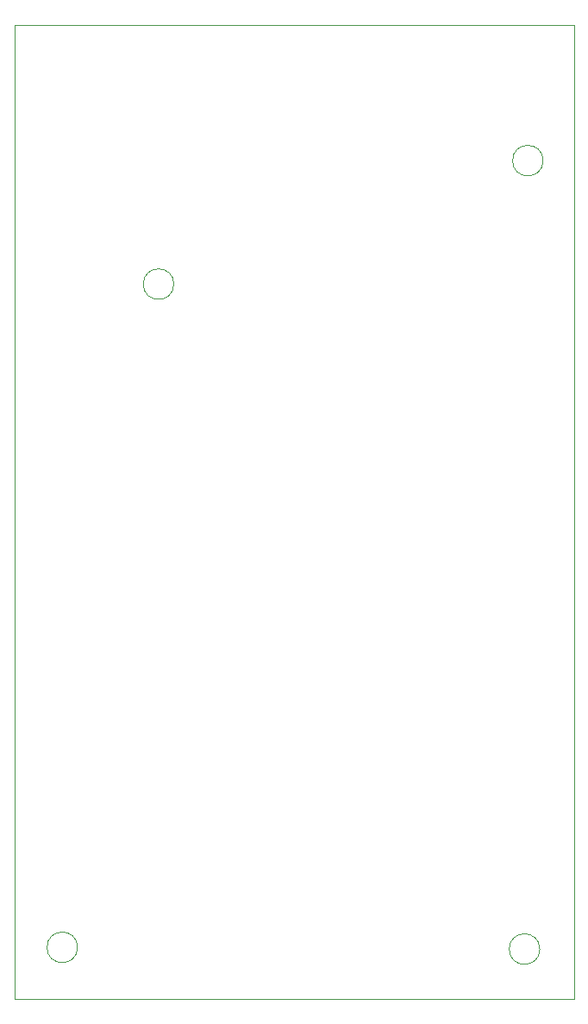
<source format=gbr>
%TF.GenerationSoftware,KiCad,Pcbnew,(7.0.0)*%
%TF.CreationDate,2023-04-02T16:17:38+02:00*%
%TF.ProjectId,W5100S-EVB-Pico-Breakout,57353130-3053-42d4-9556-422d5069636f,rev?*%
%TF.SameCoordinates,Original*%
%TF.FileFunction,Profile,NP*%
%FSLAX46Y46*%
G04 Gerber Fmt 4.6, Leading zero omitted, Abs format (unit mm)*
G04 Created by KiCad (PCBNEW (7.0.0)) date 2023-04-02 16:17:38*
%MOMM*%
%LPD*%
G01*
G04 APERTURE LIST*
%TA.AperFunction,Profile*%
%ADD10C,0.100000*%
%TD*%
G04 APERTURE END LIST*
D10*
X136120000Y-52325263D02*
G75*
G03*
X136120000Y-52325263I-1500000J0D01*
G01*
X84212420Y-39029517D02*
X139135404Y-39029517D01*
X139135404Y-39029517D02*
X139135404Y-134620000D01*
X139135404Y-134620000D02*
X84212420Y-134620000D01*
X84212420Y-134620000D02*
X84212420Y-39029517D01*
X90400000Y-129540000D02*
G75*
G03*
X90400000Y-129540000I-1500000J0D01*
G01*
X99854736Y-64447368D02*
G75*
G03*
X99854736Y-64447368I-1500000J0D01*
G01*
X135794693Y-129709405D02*
G75*
G03*
X135794693Y-129709405I-1500000J0D01*
G01*
M02*

</source>
